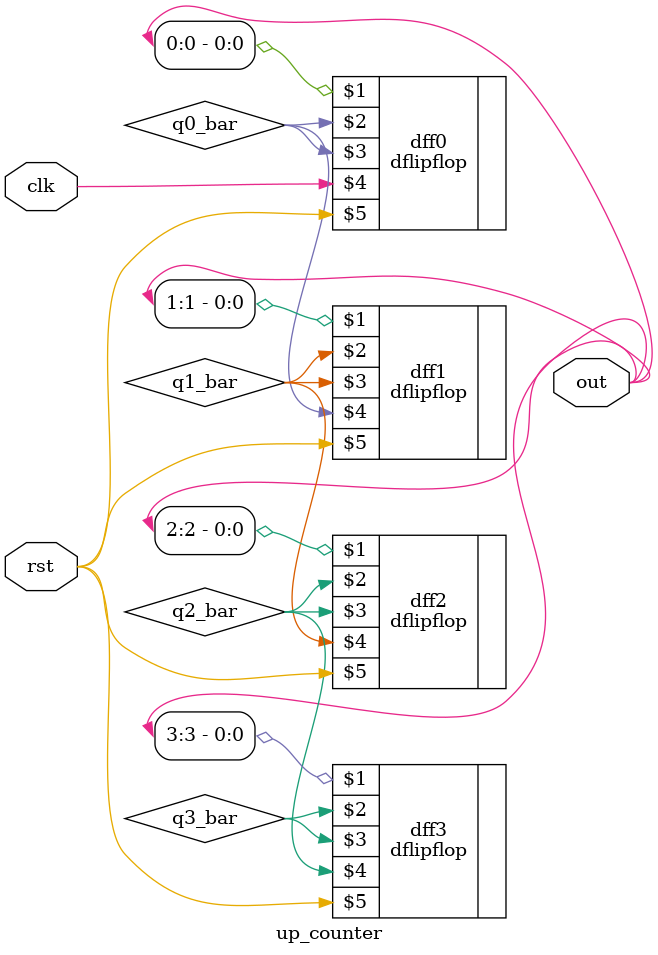
<source format=v>
module up_counter(out, clk, rst);
	output [3:0] out;
	input clk, rst;
	wire q0_bar, q1_bar, q2_bar, q3_bar;
	
	dflipflop dff0(out[0], q0_bar, q0_bar, clk, rst);
	dflipflop dff1(out[1], q1_bar, q1_bar, q0_bar, rst);
	dflipflop dff2(out[2], q2_bar, q2_bar, q1_bar, rst);
	dflipflop dff3(out[3], q3_bar, q3_bar, q2_bar, rst);

endmodule
</source>
